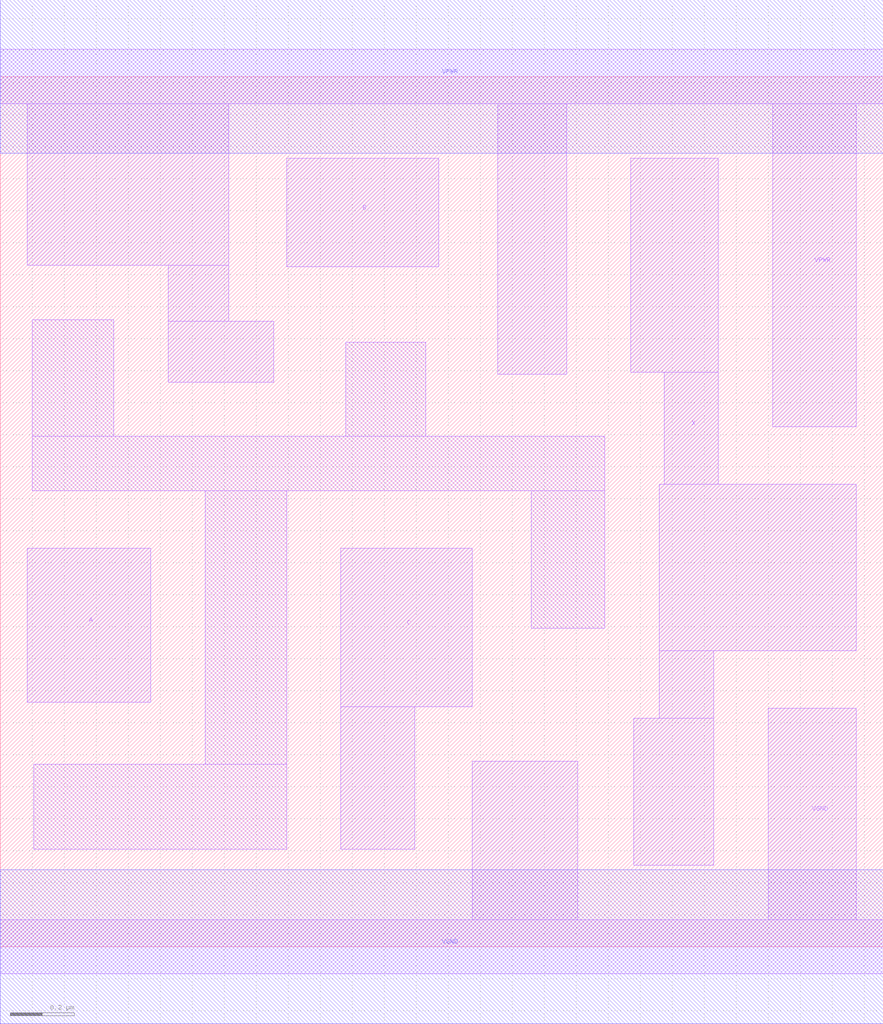
<source format=lef>
# Copyright 2020 The SkyWater PDK Authors
#
# Licensed under the Apache License, Version 2.0 (the "License");
# you may not use this file except in compliance with the License.
# You may obtain a copy of the License at
#
#     https://www.apache.org/licenses/LICENSE-2.0
#
# Unless required by applicable law or agreed to in writing, software
# distributed under the License is distributed on an "AS IS" BASIS,
# WITHOUT WARRANTIES OR CONDITIONS OF ANY KIND, either express or implied.
# See the License for the specific language governing permissions and
# limitations under the License.
#
# SPDX-License-Identifier: Apache-2.0

VERSION 5.5 ;
NAMESCASESENSITIVE ON ;
BUSBITCHARS "[]" ;
DIVIDERCHAR "/" ;
MACRO sky130_fd_sc_hd__and3_2
  CLASS CORE ;
  SOURCE USER ;
  ORIGIN  0.000000  0.000000 ;
  SIZE  2.760000 BY  2.720000 ;
  SYMMETRY X Y R90 ;
  SITE unithd ;
  PIN A
    ANTENNAGATEAREA  0.126000 ;
    DIRECTION INPUT ;
    USE SIGNAL ;
    PORT
      LAYER li1 ;
        RECT 0.085000 0.765000 0.470000 1.245000 ;
    END
  END A
  PIN B
    ANTENNAGATEAREA  0.126000 ;
    DIRECTION INPUT ;
    USE SIGNAL ;
    PORT
      LAYER li1 ;
        RECT 0.895000 2.125000 1.370000 2.465000 ;
    END
  END B
  PIN C
    ANTENNAGATEAREA  0.126000 ;
    DIRECTION INPUT ;
    USE SIGNAL ;
    PORT
      LAYER li1 ;
        RECT 1.065000 0.305000 1.295000 0.750000 ;
        RECT 1.065000 0.750000 1.475000 1.245000 ;
    END
  END C
  PIN X
    ANTENNADIFFAREA  0.445500 ;
    DIRECTION OUTPUT ;
    USE SIGNAL ;
    PORT
      LAYER li1 ;
        RECT 1.970000 1.795000 2.245000 2.465000 ;
        RECT 1.980000 0.255000 2.230000 0.715000 ;
        RECT 2.060000 0.715000 2.230000 0.925000 ;
        RECT 2.060000 0.925000 2.675000 1.445000 ;
        RECT 2.075000 1.445000 2.245000 1.795000 ;
    END
  END X
  PIN VGND
    DIRECTION INOUT ;
    SHAPE ABUTMENT ;
    USE GROUND ;
    PORT
      LAYER li1 ;
        RECT 0.000000 -0.085000 2.760000 0.085000 ;
        RECT 1.475000  0.085000 1.805000 0.580000 ;
        RECT 2.400000  0.085000 2.675000 0.745000 ;
    END
    PORT
      LAYER met1 ;
        RECT 0.000000 -0.240000 2.760000 0.240000 ;
    END
  END VGND
  PIN VPWR
    DIRECTION INOUT ;
    SHAPE ABUTMENT ;
    USE POWER ;
    PORT
      LAYER li1 ;
        RECT 0.000000 2.635000 2.760000 2.805000 ;
        RECT 0.085000 2.130000 0.715000 2.635000 ;
        RECT 0.525000 1.765000 0.855000 1.955000 ;
        RECT 0.525000 1.955000 0.715000 2.130000 ;
        RECT 1.555000 1.790000 1.770000 2.635000 ;
        RECT 2.415000 1.625000 2.675000 2.635000 ;
    END
    PORT
      LAYER met1 ;
        RECT 0.000000 2.480000 2.760000 2.960000 ;
    END
  END VPWR
  OBS
    LAYER li1 ;
      RECT 0.100000 1.425000 1.890000 1.595000 ;
      RECT 0.100000 1.595000 0.355000 1.960000 ;
      RECT 0.105000 0.305000 0.895000 0.570000 ;
      RECT 0.640000 0.570000 0.895000 1.425000 ;
      RECT 1.080000 1.595000 1.330000 1.890000 ;
      RECT 1.660000 0.995000 1.890000 1.425000 ;
  END
END sky130_fd_sc_hd__and3_2

</source>
